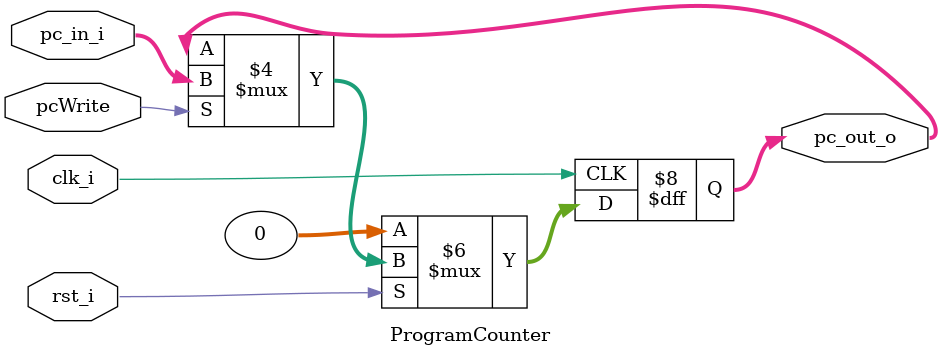
<source format=v>

module ProgramCounter(
    clk_i,
	rst_i,
	pcWrite, 
	pc_in_i,
	pc_out_o
	);
     
//I/O ports
input           clk_i;
input	        rst_i;
input 			pcWrite;
input  [32-1:0] pc_in_i;
output [32-1:0] pc_out_o;
 
//Internal Signals
reg    [32-1:0] pc_out_o;
 
//Parameter

    
//Main function
always @(posedge clk_i) begin
    if(~rst_i)
	    pc_out_o <= 0;
	else
	    pc_out_o <= (pcWrite==1'b1) ? pc_in_i:pc_out_o;
end

endmodule



                    
                    
</source>
